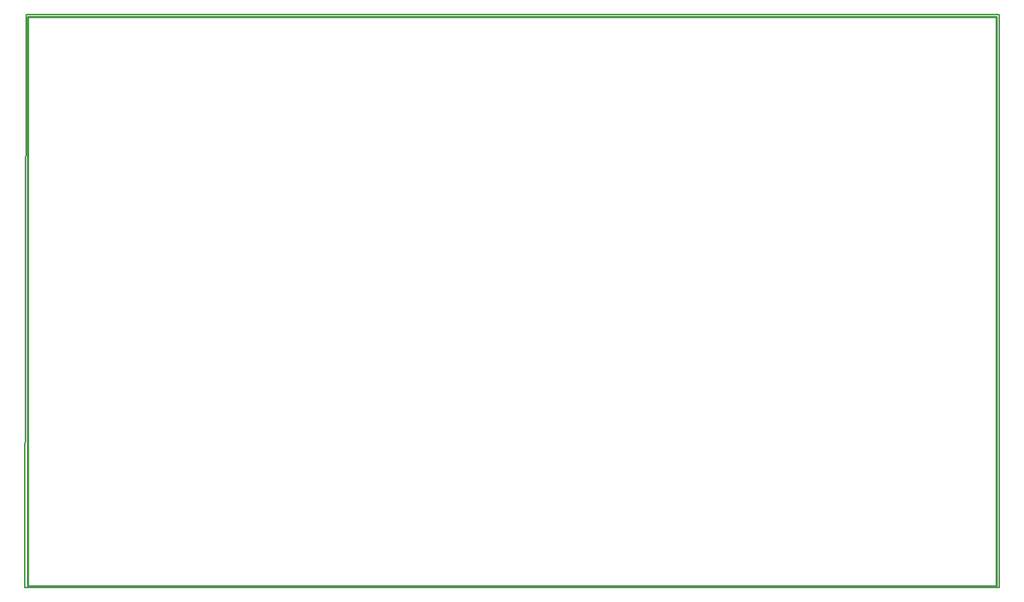
<source format=gko>
G04*
G04 #@! TF.GenerationSoftware,Altium Limited,Altium Designer,22.5.1 (42)*
G04*
G04 Layer_Color=16711935*
%FSLAX44Y44*%
%MOMM*%
G71*
G04*
G04 #@! TF.SameCoordinates,F454D157-5862-40AE-A1D1-AFC40103AF1A*
G04*
G04*
G04 #@! TF.FilePolarity,Positive*
G04*
G01*
G75*
%ADD10C,0.1270*%
%ADD13C,0.2540*%
D10*
X-3429Y-1270D02*
X-1620Y665480D01*
X-3429Y-1270D02*
X1130300D01*
Y665480D01*
X-1620D02*
X1130300D01*
D13*
X0Y0D02*
Y662940D01*
Y0D02*
X1126490D01*
X1126490Y662940D02*
X1126490Y0D01*
X0Y662940D02*
X1126490D01*
M02*

</source>
